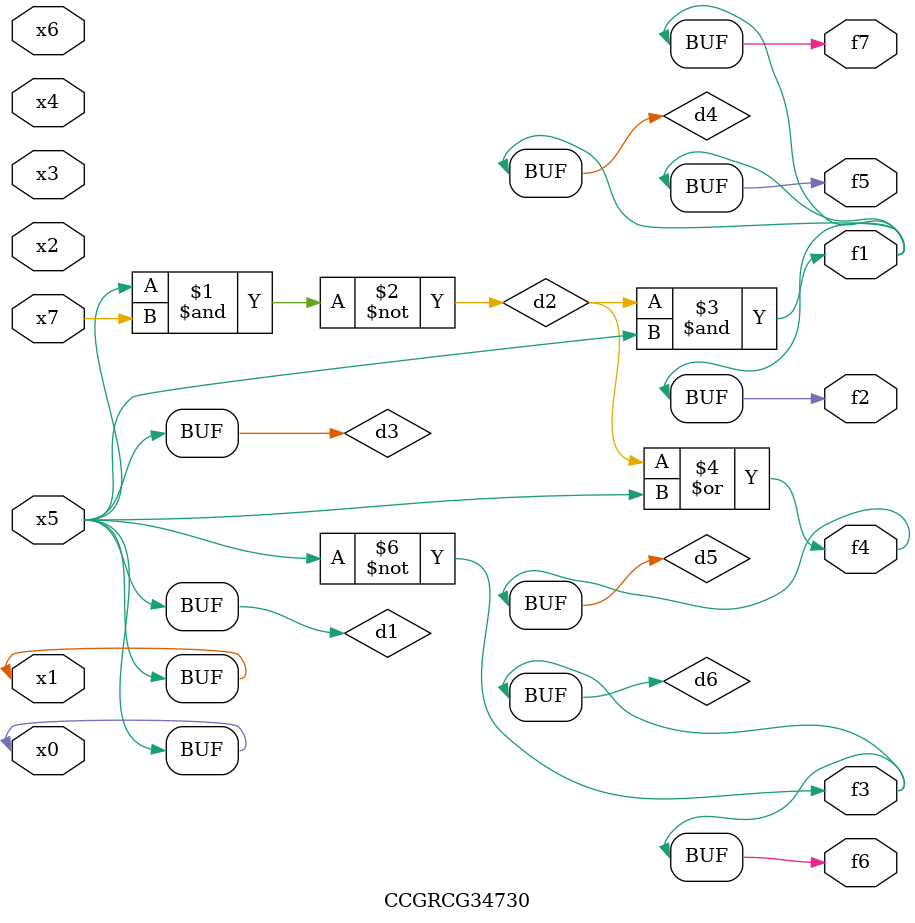
<source format=v>
module CCGRCG34730(
	input x0, x1, x2, x3, x4, x5, x6, x7,
	output f1, f2, f3, f4, f5, f6, f7
);

	wire d1, d2, d3, d4, d5, d6;

	buf (d1, x0, x5);
	nand (d2, x5, x7);
	buf (d3, x0, x1);
	and (d4, d2, d3);
	or (d5, d2, d3);
	nor (d6, d1, d3);
	assign f1 = d4;
	assign f2 = d4;
	assign f3 = d6;
	assign f4 = d5;
	assign f5 = d4;
	assign f6 = d6;
	assign f7 = d4;
endmodule

</source>
